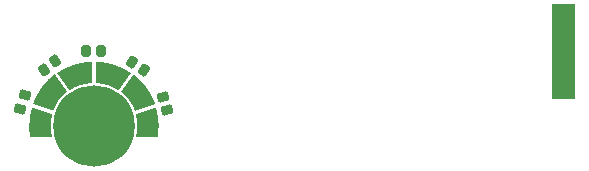
<source format=gts>
%TF.GenerationSoftware,KiCad,Pcbnew,9.0.3*%
%TF.CreationDate,2025-08-08T19:50:08+03:00*%
%TF.ProjectId,Left,4c656674-2e6b-4696-9361-645f70636258,rev?*%
%TF.SameCoordinates,Original*%
%TF.FileFunction,Soldermask,Top*%
%TF.FilePolarity,Negative*%
%FSLAX46Y46*%
G04 Gerber Fmt 4.6, Leading zero omitted, Abs format (unit mm)*
G04 Created by KiCad (PCBNEW 9.0.3) date 2025-08-08 19:50:08*
%MOMM*%
%LPD*%
G01*
G04 APERTURE LIST*
G04 Aperture macros list*
%AMRoundRect*
0 Rectangle with rounded corners*
0 $1 Rounding radius*
0 $2 $3 $4 $5 $6 $7 $8 $9 X,Y pos of 4 corners*
0 Add a 4 corners polygon primitive as box body*
4,1,4,$2,$3,$4,$5,$6,$7,$8,$9,$2,$3,0*
0 Add four circle primitives for the rounded corners*
1,1,$1+$1,$2,$3*
1,1,$1+$1,$4,$5*
1,1,$1+$1,$6,$7*
1,1,$1+$1,$8,$9*
0 Add four rect primitives between the rounded corners*
20,1,$1+$1,$2,$3,$4,$5,0*
20,1,$1+$1,$4,$5,$6,$7,0*
20,1,$1+$1,$6,$7,$8,$9,0*
20,1,$1+$1,$8,$9,$2,$3,0*%
%AMFreePoly0*
4,1,24,1.023536,0.953536,1.025000,0.950000,1.024903,0.949019,0.934970,0.499355,0.905008,0.000000,0.934970,-0.499355,1.034903,-0.999019,1.034160,-1.002774,1.031539,-1.004757,-0.668461,-1.554757,-0.672276,-1.554452,-0.674757,-1.551539,-0.674881,-1.551085,-0.854881,-0.741085,-0.854989,-0.740337,-0.904989,-0.000337,-0.904986,0.000374,-0.844986,0.800374,-0.844956,0.800661,-0.824956,0.950661,
-0.823037,0.953972,-0.820000,0.955000,1.020000,0.955000,1.023536,0.953536,1.023536,0.953536,$1*%
%AMFreePoly1*
4,1,24,-0.668462,1.554757,1.031539,1.004757,1.034452,1.002276,1.034903,0.999019,0.934970,0.499355,0.905008,0.000000,0.934970,-0.499355,1.034903,-0.999019,1.034160,-1.002774,1.031539,-1.004757,-0.668461,-1.554757,-0.672276,-1.554452,-0.674757,-1.551539,-0.674881,-1.551085,-0.854881,-0.741085,-0.854989,-0.740337,-0.904989,-0.000337,-0.904986,0.000374,-0.844986,0.800374,-0.844876,0.801105,
-0.674876,1.551105,-0.672667,1.554230,-0.668896,1.554876,-0.668462,1.554757,-0.668462,1.554757,$1*%
%AMFreePoly2*
4,1,27,0.393786,1.673266,0.394059,1.672919,1.444059,0.212919,1.444935,0.209194,1.443334,0.206274,1.063594,-0.133492,0.734066,-0.522935,0.484435,-0.932330,0.274565,-1.402040,0.271786,-1.404670,0.268444,-1.404752,-1.441556,-0.844752,-1.444460,-0.842260,-1.444752,-0.838444,-1.444572,-0.837975,-1.134572,-0.137975,-1.134260,-0.137383,-0.802997,0.401880,-0.793729,0.424257,-0.738222,0.507327,
-0.704260,0.562617,-0.703780,0.563273,-0.123780,1.233273,-0.123266,1.233786,0.386734,1.673786,0.390367,1.674986,0.393786,1.673266,0.393786,1.673266,$1*%
%AMFreePoly3*
4,1,24,-0.668461,1.554757,1.031539,1.004757,1.034452,1.002276,1.034903,0.999019,0.934970,0.499355,0.905011,0.000035,0.934970,-0.409408,1.024932,-0.949178,1.024069,-0.952906,1.020822,-0.954932,1.020000,-0.955000,-0.820000,-0.955000,-0.823536,-0.953536,-0.824954,-0.950680,-0.894954,-0.440680,-0.894999,-0.440114,-0.904999,-0.000114,-0.904986,0.000374,-0.844986,0.800374,-0.844876,0.801105,
-0.674876,1.551105,-0.672667,1.554230,-0.668895,1.554876,-0.668461,1.554757,-0.668461,1.554757,$1*%
G04 Aperture macros list end*
%ADD10C,0.100000*%
%ADD11RoundRect,0.200000X-0.014532X0.360262X-0.338139X0.125148X0.014532X-0.360262X0.338139X-0.125148X0*%
%ADD12RoundRect,0.200000X0.338139X0.125148X0.014532X0.360262X-0.338139X-0.125148X-0.014532X-0.360262X0*%
%ADD13RoundRect,0.200000X0.200000X0.300000X-0.200000X0.300000X-0.200000X-0.300000X0.200000X-0.300000X0*%
%ADD14RoundRect,0.200000X-0.223514X0.282916X-0.347120X-0.097506X0.223514X-0.282916X0.347120X0.097506X0*%
%ADD15R,0.700000X0.300000*%
%ADD16R,0.460000X0.300000*%
%ADD17RoundRect,0.200000X0.347120X-0.097506X0.223514X0.282916X-0.347120X0.097506X-0.223514X-0.282916X0*%
%ADD18FreePoly0,180.000000*%
%ADD19FreePoly1,216.000000*%
%ADD20FreePoly1,252.000000*%
%ADD21FreePoly1,288.000000*%
%ADD22FreePoly2,0.000000*%
%ADD23FreePoly3,0.000000*%
%ADD24C,6.900000*%
%ADD25C,1.000000*%
G04 APERTURE END LIST*
D10*
%TO.C,J1*%
X149180000Y-97570000D02*
X147340000Y-97570000D01*
X147340000Y-89630000D01*
X149180000Y-89630000D01*
X149180000Y-97570000D01*
G36*
X149180000Y-97570000D02*
G01*
X147340000Y-97570000D01*
X147340000Y-89630000D01*
X149180000Y-89630000D01*
X149180000Y-97570000D01*
G37*
%TD*%
D11*
%TO.C,R4*%
X105255410Y-94457329D03*
X104284590Y-95162671D03*
%TD*%
D12*
%TO.C,R2*%
X112725410Y-95182671D03*
X111754590Y-94477329D03*
%TD*%
D13*
%TO.C,R3*%
X109080000Y-93620000D03*
X107880000Y-93620000D03*
%TD*%
D14*
%TO.C,R5*%
X102675410Y-97349366D03*
X102304590Y-98490634D03*
%TD*%
D15*
%TO.C,J1*%
X148650000Y-96820000D03*
D16*
X147820000Y-96570000D03*
D15*
X148650000Y-96320000D03*
D16*
X147820000Y-96070000D03*
D15*
X148650000Y-95830000D03*
D16*
X147820000Y-95580000D03*
D15*
X148650000Y-95330000D03*
D16*
X147820000Y-95080000D03*
D15*
X148650000Y-94840000D03*
D16*
X147820000Y-94590000D03*
D15*
X148650000Y-94350000D03*
D16*
X147820000Y-94100000D03*
D15*
X148650000Y-93850000D03*
D16*
X147820000Y-93600000D03*
D15*
X148650000Y-93360000D03*
D16*
X147820000Y-93110000D03*
D15*
X148650000Y-92860000D03*
D16*
X147820000Y-92610000D03*
D15*
X148650000Y-92380000D03*
D16*
X147820000Y-92130000D03*
D15*
X148650000Y-91880000D03*
D16*
X147820000Y-91630000D03*
D15*
X148650000Y-91390000D03*
D16*
X147820000Y-91140000D03*
D15*
X148650000Y-90890000D03*
D16*
X147820000Y-90640000D03*
D15*
X148650000Y-90400000D03*
%TD*%
D17*
%TO.C,R1*%
X114725410Y-98590634D03*
X114354590Y-97449366D03*
%TD*%
D18*
%TO.C,SW1*%
X113120000Y-99950000D03*
D19*
X112260000Y-97260000D03*
D20*
X109970000Y-95580000D03*
D21*
X107070000Y-95580000D03*
D22*
X104780000Y-97260000D03*
D23*
X103920000Y-99950000D03*
D24*
X108520000Y-99950000D03*
D25*
X111290000Y-100980000D03*
%TD*%
M02*

</source>
